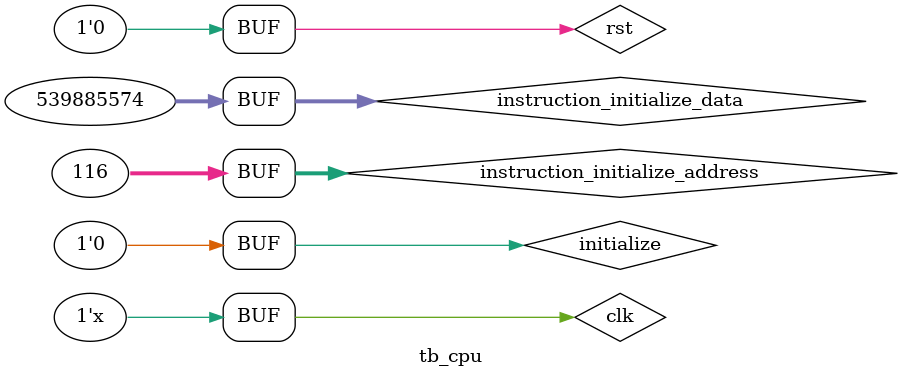
<source format=v>
`timescale 1ns / 1ns


module tb_cpu;

	// Inputs
	reg rst;
	reg clk;
	reg initialize;
	reg [31:0] instruction_initialize_data;
	reg [31:0] instruction_initialize_address;

	// Instantiate the Unit Under Test (UUT)
	cpu uut (
		.rst(rst), 
		.clk(clk), 
		.initialize(initialize), 
		.instruction_initialize_data(instruction_initialize_data), 
		.instruction_initialize_address(instruction_initialize_address)
	);

	initial begin
		// Initialize Inputs
		rst = 1;
		clk = 0;
		initialize = 1;
		instruction_initialize_data = 0;
		instruction_initialize_address = 0;

		#100;
      
		instruction_initialize_address = 0;
		instruction_initialize_data = 32'b000000_00000_00010_00001_00000_10_0000;      // ADD R1, R0, R2
		#20;
		instruction_initialize_address = 4;
		instruction_initialize_data = 32'b000000_00100_00100_01000_00000_10_0010;      // SUB R8, R4, R4
		#20;
		instruction_initialize_address = 8;
		instruction_initialize_data = 32'b000000_00101_00110_00111_00000_10_0101;      // OR R7, R5, R6
		#20;
		instruction_initialize_address = 12;
		instruction_initialize_data = 32'b101011_00000_01001_00000_00000_00_1100;      // SW R9, 12(R0)
		#20;
		instruction_initialize_address = 16;
		instruction_initialize_data = 32'b100011_00000_01100_00000_00000_00_1100;      // LW R12, 12(R0)
		#20;
        instruction_initialize_address = 20;
		instruction_initialize_data = 32'b000100_00000_00001_11111_11111_11_1111;      // BEQ R0, R1, -1
		#20;
		
//		 david's prelab code
		instruction_initialize_address = 24;
		instruction_initialize_data = 32'b000000_00000_00001_00011_00000_10_0100;      // AND R3, R0, R1
		#20;
		instruction_initialize_address = 28;
		instruction_initialize_data = 32'b000000_00001_00000_01010_00000_10_0111;      // NOR R10, R0, R1
		#20;
		instruction_initialize_address = 32;
		instruction_initialize_data = 32'b000000_00010_00000_01011_00000_10_0110;      // XOR R11, R2, R0
		#20;
		instruction_initialize_address = 36;
		// lab7 code
		instruction_initialize_data = 32'b000000_00010_00001_01101_00000_10_1010;      // SLT R13, R2, R1
		#20;
		instruction_initialize_address = 40;
		instruction_initialize_data = 32'b001000_00001_01110_0000_0000_0000_0001;      // ADDI R14, R1, 1
		#20;
		instruction_initialize_address = 44;
		instruction_initialize_data = 32'b001100_00001_01110_0000_0000_0000_0001;      // ANDI R14, R1, 1
		#20;
		instruction_initialize_address = 48;
		instruction_initialize_data = 32'b001000_00001_01110_0000_0000_0000_0001;      // ADDI R14, R1, 1
		#20;
		instruction_initialize_address = 52;
		instruction_initialize_data = 32'b001111_00001_01110_0000_0000_0000_0001;      // LUI R1, 1
		#20;
		instruction_initialize_address = 56;
		instruction_initialize_data = 32'b00_0101_00001_01110_0000_0000_0000_0010;      // BNE R14, R1, 2
		#20;
		instruction_initialize_address = 68;
		instruction_initialize_data = 32'b001000_00001_01110_0000_0000_0000_0010;      // ADDI R14, R1, 2
        #20;
        instruction_initialize_address = 72;
		instruction_initialize_data = 32'b00_0010_00000_00000_0000_0000_0000_0011;      // j 3
        #20;
        instruction_initialize_address = 76;
		instruction_initialize_data = 32'b001000_00001_01110_0000_0000_0000_0100;      // ADDI R14, R1, 4
        #20
        instruction_initialize_address = 88;
		instruction_initialize_data = 32'b001000_00001_01110_0000_0000_0000_0011;      // ADDI R14, R1, 3
        #20;
		instruction_initialize_address = 92;
		instruction_initialize_data = 32'b000000_00010_01110_01101_00000_10_1010;      // SLT R13, R2, R14
		#20;
		instruction_initialize_address = 96;
		instruction_initialize_data = 32'b000100_00000_00001_11111_11111_11_1111;      // BEQ R0, R0, 2
		#20;
		instruction_initialize_address = 108;
		instruction_initialize_data = 32'b001000_00001_01110_0000_0000_0000_0101;      // ADDI R14, R1, 5
        #20;
        instruction_initialize_address = 112;
		instruction_initialize_data = 32'b00_0101_01110_01110_0000_0000_0000_0010;      // BNE R14, R14, 2
		#20;
		instruction_initialize_address = 116;
		instruction_initialize_data = 32'b001000_00001_01110_0000_0000_0000_0110;      // ADDI R14, R1, 6
        #20;
		
		initialize = 0;
		rst = 0;
		
	end
      
always
#5 clk = ~clk;
endmodule


</source>
